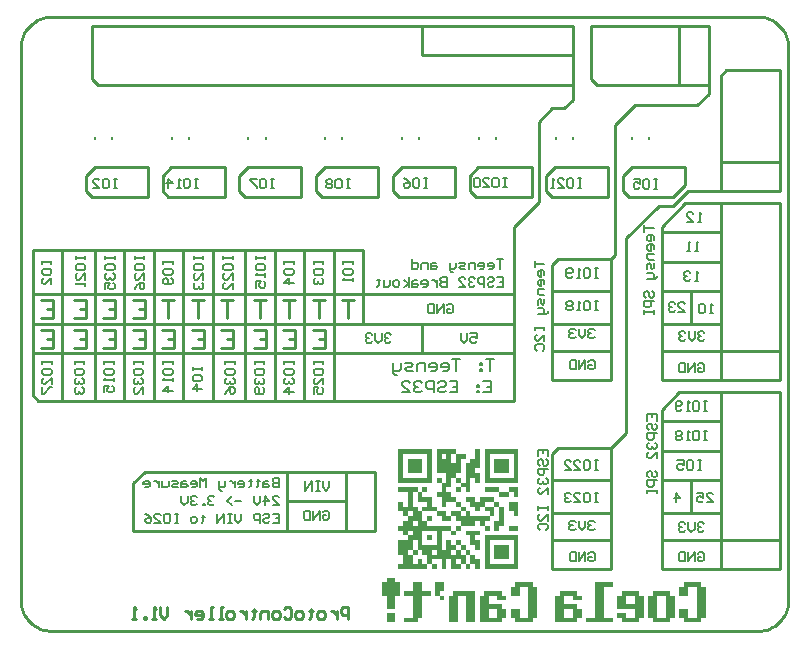
<source format=gbo>
G04*
G04 #@! TF.GenerationSoftware,Altium Limited,Altium Designer,21.3.2 (30)*
G04*
G04 Layer_Color=32896*
%FSLAX25Y25*%
%MOIN*%
G70*
G04*
G04 #@! TF.SameCoordinates,4FB7CEAD-E32D-458C-9978-29DB153300B6*
G04*
G04*
G04 #@! TF.FilePolarity,Positive*
G04*
G01*
G75*
%ADD11C,0.00787*%
%ADD17C,0.00591*%
%ADD18C,0.01000*%
%ADD19C,0.00394*%
G36*
X165858Y59860D02*
Y59060D01*
Y58260D01*
Y57460D01*
Y56660D01*
Y55860D01*
Y55060D01*
Y54260D01*
Y53460D01*
Y52660D01*
Y51860D01*
Y51060D01*
Y50260D01*
Y49460D01*
X154658D01*
Y50260D01*
Y51060D01*
Y51860D01*
Y52660D01*
Y53460D01*
Y54260D01*
Y55060D01*
Y55860D01*
Y56660D01*
Y57460D01*
Y58260D01*
Y59060D01*
Y59860D01*
Y60660D01*
X165858D01*
Y59860D01*
D02*
G37*
G36*
X153058D02*
Y59060D01*
Y58260D01*
Y57460D01*
Y56660D01*
Y55860D01*
Y55060D01*
Y54260D01*
X151458D01*
Y53460D01*
Y52660D01*
X153058D01*
Y51860D01*
Y51060D01*
Y50260D01*
Y49460D01*
X151458D01*
Y50260D01*
Y51060D01*
X149858D01*
Y50260D01*
Y49460D01*
Y48660D01*
Y47860D01*
Y47060D01*
Y46260D01*
X148258D01*
Y47060D01*
Y47860D01*
X146658D01*
Y48660D01*
Y49460D01*
X145058D01*
Y50260D01*
Y51060D01*
X143458D01*
Y50260D01*
Y49460D01*
Y48660D01*
Y47860D01*
X141858D01*
Y47060D01*
Y46260D01*
X143458D01*
Y45460D01*
Y44660D01*
X145058D01*
Y43860D01*
Y43060D01*
X146658D01*
Y42260D01*
Y41460D01*
X148258D01*
Y40660D01*
Y39860D01*
X149858D01*
Y39060D01*
Y38260D01*
X156258D01*
Y37460D01*
Y36660D01*
X154658D01*
Y35860D01*
Y35060D01*
X156258D01*
Y34260D01*
Y33460D01*
X154658D01*
Y34260D01*
Y35060D01*
X153058D01*
Y35860D01*
Y36660D01*
X151458D01*
Y35860D01*
Y35060D01*
X146658D01*
Y35860D01*
Y36660D01*
X145058D01*
Y37460D01*
Y38260D01*
X143458D01*
Y39060D01*
Y39860D01*
X146658D01*
Y39060D01*
Y38260D01*
X148258D01*
Y39060D01*
Y39860D01*
X146658D01*
Y40660D01*
Y41460D01*
X145058D01*
Y42260D01*
Y43060D01*
X141858D01*
Y42260D01*
Y41460D01*
X140258D01*
Y42260D01*
Y43060D01*
Y43860D01*
Y44660D01*
X138658D01*
Y45460D01*
Y46260D01*
X140258D01*
Y47060D01*
Y47860D01*
Y48660D01*
Y49460D01*
X138658D01*
Y50260D01*
Y51060D01*
X140258D01*
Y50260D01*
Y49460D01*
X141858D01*
Y50260D01*
Y51060D01*
Y51860D01*
Y52660D01*
X138658D01*
Y53460D01*
Y54260D01*
Y55060D01*
Y55860D01*
Y56660D01*
Y57460D01*
Y58260D01*
Y59060D01*
Y59860D01*
Y60660D01*
X145058D01*
Y59860D01*
Y59060D01*
X148258D01*
Y58260D01*
Y57460D01*
X146658D01*
Y56660D01*
Y55860D01*
Y55060D01*
Y54260D01*
Y53460D01*
Y52660D01*
X145058D01*
Y51860D01*
Y51060D01*
X146658D01*
Y50260D01*
Y49460D01*
X148258D01*
Y50260D01*
Y51060D01*
Y51860D01*
Y52660D01*
Y53460D01*
Y54260D01*
Y55060D01*
Y55860D01*
X149858D01*
Y56660D01*
Y57460D01*
X151458D01*
Y58260D01*
Y59060D01*
Y59860D01*
Y60660D01*
X153058D01*
Y59860D01*
D02*
G37*
G36*
X137058D02*
Y59060D01*
Y58260D01*
Y57460D01*
Y56660D01*
Y55860D01*
Y55060D01*
Y54260D01*
Y53460D01*
Y52660D01*
Y51860D01*
Y51060D01*
Y50260D01*
Y49460D01*
X125858D01*
Y50260D01*
Y51060D01*
Y51860D01*
Y52660D01*
Y53460D01*
Y54260D01*
Y55060D01*
Y55860D01*
Y56660D01*
Y57460D01*
Y58260D01*
Y59060D01*
Y59860D01*
Y60660D01*
X137058D01*
Y59860D01*
D02*
G37*
G36*
X146658Y47060D02*
Y46260D01*
X145058D01*
Y47060D01*
Y47860D01*
X146658D01*
Y47060D01*
D02*
G37*
G36*
X135458D02*
Y46260D01*
X133858D01*
Y47060D01*
Y47860D01*
X135458D01*
Y47060D01*
D02*
G37*
G36*
X165858D02*
Y46260D01*
Y45460D01*
Y44660D01*
X164258D01*
Y45460D01*
Y46260D01*
X162658D01*
Y47060D01*
Y47860D01*
X165858D01*
Y47060D01*
D02*
G37*
G36*
X159458D02*
Y46260D01*
X162658D01*
Y45460D01*
Y44660D01*
X159458D01*
Y45460D01*
Y46260D01*
X154658D01*
Y47060D01*
Y47860D01*
X159458D01*
Y47060D01*
D02*
G37*
G36*
X157858Y43860D02*
Y43060D01*
X159458D01*
Y42260D01*
Y41460D01*
X161058D01*
Y40660D01*
Y39860D01*
Y39060D01*
Y38260D01*
Y37460D01*
Y36660D01*
Y35860D01*
Y35060D01*
X159458D01*
Y34260D01*
Y33460D01*
X157858D01*
Y34260D01*
Y35060D01*
Y35860D01*
Y36660D01*
X159458D01*
Y37460D01*
Y38260D01*
Y39060D01*
Y39860D01*
Y40660D01*
Y41460D01*
X157858D01*
Y42260D01*
Y43060D01*
X154658D01*
Y42260D01*
Y41460D01*
X157858D01*
Y40660D01*
Y39860D01*
Y39060D01*
Y38260D01*
X156258D01*
Y39060D01*
Y39860D01*
X154658D01*
Y40660D01*
Y41460D01*
X153058D01*
Y40660D01*
Y39860D01*
X151458D01*
Y40660D01*
Y41460D01*
X149858D01*
Y42260D01*
Y43060D01*
X148258D01*
Y43860D01*
Y44660D01*
X151458D01*
Y43860D01*
Y43060D01*
X153058D01*
Y43860D01*
Y44660D01*
X157858D01*
Y43860D01*
D02*
G37*
G36*
X165858Y42260D02*
Y41460D01*
Y40660D01*
Y39860D01*
Y39060D01*
Y38260D01*
X164258D01*
Y39060D01*
Y39860D01*
X162658D01*
Y40660D01*
Y41460D01*
Y42260D01*
Y43060D01*
X165858D01*
Y42260D01*
D02*
G37*
G36*
X132258Y47060D02*
Y46260D01*
X133858D01*
Y45460D01*
Y44660D01*
X137058D01*
Y43860D01*
Y43060D01*
Y42260D01*
Y41460D01*
X138658D01*
Y40660D01*
Y39860D01*
X141858D01*
Y39060D01*
Y38260D01*
X143458D01*
Y37460D01*
Y36660D01*
X140258D01*
Y37460D01*
Y38260D01*
X138658D01*
Y39060D01*
Y39860D01*
X133858D01*
Y40660D01*
Y41460D01*
X135458D01*
Y42260D01*
Y43060D01*
X132258D01*
Y43860D01*
Y44660D01*
Y45460D01*
Y46260D01*
X130658D01*
Y45460D01*
Y44660D01*
Y43860D01*
Y43060D01*
Y42260D01*
Y41460D01*
X132258D01*
Y40660D01*
Y39860D01*
X133858D01*
Y39060D01*
Y38260D01*
Y37460D01*
Y36660D01*
X135458D01*
Y35860D01*
Y35060D01*
X143458D01*
Y34260D01*
Y33460D01*
X145058D01*
Y32660D01*
Y31860D01*
X143458D01*
Y32660D01*
Y33460D01*
X140258D01*
Y32660D01*
Y31860D01*
Y31060D01*
Y30260D01*
Y29460D01*
Y28660D01*
Y27860D01*
Y27060D01*
X141858D01*
Y27860D01*
Y28660D01*
Y29460D01*
Y30260D01*
X143458D01*
Y29460D01*
Y28660D01*
X145058D01*
Y27860D01*
Y27060D01*
X146658D01*
Y26260D01*
Y25460D01*
X148258D01*
Y24660D01*
Y23860D01*
Y23060D01*
Y22260D01*
X149858D01*
Y21460D01*
Y20660D01*
X148258D01*
Y21460D01*
Y22260D01*
X146658D01*
Y23060D01*
Y23860D01*
X145058D01*
Y23060D01*
Y22260D01*
X146658D01*
Y21460D01*
Y20660D01*
X143458D01*
Y21460D01*
Y22260D01*
Y23060D01*
Y23860D01*
X141858D01*
Y23060D01*
Y22260D01*
Y21460D01*
Y20660D01*
X140258D01*
Y21460D01*
Y22260D01*
Y23060D01*
Y23860D01*
X137058D01*
Y23060D01*
Y22260D01*
X138658D01*
Y21460D01*
Y20660D01*
X137058D01*
Y21460D01*
Y22260D01*
X135458D01*
Y23060D01*
Y23860D01*
Y24660D01*
Y25460D01*
X133858D01*
Y26260D01*
Y27060D01*
X132258D01*
Y27860D01*
Y28660D01*
Y29460D01*
Y30260D01*
X130658D01*
Y29460D01*
Y28660D01*
Y27860D01*
Y27060D01*
X132258D01*
Y26260D01*
Y25460D01*
X130658D01*
Y26260D01*
Y27060D01*
X129058D01*
Y26260D01*
Y25460D01*
X130658D01*
Y24660D01*
Y23860D01*
Y23060D01*
Y22260D01*
X132258D01*
Y23060D01*
Y23860D01*
X133858D01*
Y23060D01*
Y22260D01*
X135458D01*
Y21460D01*
Y20660D01*
X125858D01*
Y21460D01*
Y22260D01*
X127458D01*
Y23060D01*
Y23860D01*
Y24660D01*
Y25460D01*
X125858D01*
Y26260D01*
Y27060D01*
Y27860D01*
Y28660D01*
Y29460D01*
Y30260D01*
X129058D01*
Y31060D01*
Y31860D01*
X127458D01*
Y32660D01*
Y33460D01*
X125858D01*
Y34260D01*
Y35060D01*
X127458D01*
Y35860D01*
Y36660D01*
X129058D01*
Y37460D01*
Y38260D01*
X127458D01*
Y39060D01*
Y39860D01*
X125858D01*
Y40660D01*
Y41460D01*
Y42260D01*
Y43060D01*
X127458D01*
Y42260D01*
Y41460D01*
X129058D01*
Y42260D01*
Y43060D01*
Y43860D01*
Y44660D01*
Y45460D01*
Y46260D01*
X125858D01*
Y47060D01*
Y47860D01*
X132258D01*
Y47060D01*
D02*
G37*
G36*
X137058Y37460D02*
Y36660D01*
X135458D01*
Y37460D01*
Y38260D01*
X137058D01*
Y37460D01*
D02*
G37*
G36*
X165858Y34260D02*
Y33460D01*
X162658D01*
Y34260D01*
Y35060D01*
X165858D01*
Y34260D01*
D02*
G37*
G36*
X146658D02*
Y33460D01*
X145058D01*
Y34260D01*
Y35060D01*
X146658D01*
Y34260D01*
D02*
G37*
G36*
X153058Y32660D02*
Y31860D01*
X151458D01*
Y31060D01*
Y30260D01*
X153058D01*
Y29460D01*
Y28660D01*
Y27860D01*
Y27060D01*
X151458D01*
Y27860D01*
Y28660D01*
X149858D01*
Y29460D01*
Y30260D01*
Y31060D01*
Y31860D01*
X148258D01*
Y32660D01*
Y33460D01*
X153058D01*
Y32660D01*
D02*
G37*
G36*
X165858Y31060D02*
Y30260D01*
Y29460D01*
Y28660D01*
Y27860D01*
Y27060D01*
Y26260D01*
Y25460D01*
Y24660D01*
Y23860D01*
Y23060D01*
Y22260D01*
Y21460D01*
Y20660D01*
X154658D01*
Y21460D01*
Y22260D01*
Y23060D01*
Y23860D01*
Y24660D01*
Y25460D01*
Y26260D01*
Y27060D01*
Y27860D01*
Y28660D01*
Y29460D01*
Y30260D01*
Y31060D01*
Y31860D01*
X165858D01*
Y31060D01*
D02*
G37*
G36*
X146658Y29460D02*
Y28660D01*
X148258D01*
Y27860D01*
Y27060D01*
X149858D01*
Y26260D01*
Y25460D01*
X151458D01*
Y24660D01*
Y23860D01*
X153058D01*
Y23060D01*
Y22260D01*
Y21460D01*
Y20660D01*
X151458D01*
Y21460D01*
Y22260D01*
X149858D01*
Y23060D01*
Y23860D01*
Y24660D01*
Y25460D01*
X148258D01*
Y26260D01*
Y27060D01*
X146658D01*
Y27860D01*
Y28660D01*
X145058D01*
Y29460D01*
Y30260D01*
X146658D01*
Y29460D01*
D02*
G37*
G36*
X141151Y13297D02*
X139664D01*
Y11810D01*
X138176D01*
Y16250D01*
X141151D01*
Y13297D01*
D02*
G37*
G36*
X185503Y11810D02*
X186968D01*
Y10323D01*
X184016D01*
Y11810D01*
X181063D01*
Y8879D01*
X185503D01*
Y7392D01*
X186968D01*
Y4440D01*
X185503D01*
Y2953D01*
X178111D01*
Y11810D01*
X179598D01*
Y13297D01*
X185503D01*
Y11810D01*
D02*
G37*
G36*
X160374D02*
X161840D01*
Y10323D01*
X158887D01*
Y11810D01*
X155935D01*
Y8879D01*
X160374D01*
Y7392D01*
X161840D01*
Y4440D01*
X160374D01*
Y2953D01*
X152982D01*
Y11810D01*
X154470D01*
Y13297D01*
X160374D01*
Y11810D01*
D02*
G37*
G36*
X141151Y10323D02*
X139664D01*
X139685Y11810D01*
X141151D01*
Y10323D01*
D02*
G37*
G36*
X124880Y16250D02*
X126367D01*
Y11810D01*
X124880D01*
Y7371D01*
X121927D01*
Y11810D01*
X120462D01*
Y16250D01*
X121927D01*
Y17715D01*
X124880D01*
Y16250D01*
D02*
G37*
G36*
X226881Y14763D02*
X228346D01*
Y4440D01*
X226881D01*
Y2953D01*
X220976D01*
Y4440D01*
X219489D01*
Y7392D01*
X222442D01*
Y4440D01*
X225394D01*
Y14763D01*
X222442D01*
Y11810D01*
X219489D01*
Y14763D01*
X220976D01*
Y16250D01*
X226881D01*
Y14763D01*
D02*
G37*
G36*
X206192Y11810D02*
X207657D01*
Y4440D01*
X206192D01*
Y2953D01*
X200287D01*
Y4440D01*
X198800Y4440D01*
Y5927D01*
X201752Y5927D01*
Y4440D01*
X204705D01*
Y7371D01*
X198800Y7371D01*
Y11810D01*
X200287Y11810D01*
Y13297D01*
X206192D01*
Y11810D01*
D02*
G37*
G36*
X170719Y14762D02*
X172184D01*
Y4440D01*
X170719D01*
Y2953D01*
X164814D01*
Y4440D01*
X163327D01*
Y7392D01*
X166279D01*
Y4440D01*
X169232D01*
Y14762D01*
X166279D01*
Y11810D01*
X163327D01*
Y14762D01*
X164814D01*
Y16250D01*
X170719D01*
Y14762D01*
D02*
G37*
G36*
X216537Y11810D02*
X218002D01*
Y4440D01*
X216537D01*
Y2953D01*
X210632D01*
Y4440D01*
X209145D01*
Y11810D01*
X210632D01*
Y13297D01*
X216537D01*
Y11810D01*
D02*
G37*
G36*
X197313Y14762D02*
X194360D01*
Y4440D01*
X197313D01*
Y2953D01*
X188456D01*
Y4440D01*
X191408D01*
Y16250D01*
X197313D01*
Y14762D01*
D02*
G37*
G36*
X151495Y2953D02*
X148543D01*
Y11810D01*
X145590D01*
Y2953D01*
X142638D01*
Y11810D01*
X144125D01*
Y13297D01*
X151495D01*
Y2953D01*
D02*
G37*
G36*
X133759Y13297D02*
X136711D01*
Y11810D01*
X133759D01*
Y4440D01*
X132293D01*
Y2953D01*
X127854D01*
Y4440D01*
X130806D01*
Y11810D01*
X127854D01*
Y13297D01*
X130806D01*
Y16250D01*
X133759D01*
Y13297D01*
D02*
G37*
G36*
X124880Y2953D02*
X121927D01*
Y5905D01*
X124880D01*
Y2953D01*
D02*
G37*
%LPC*%
G36*
X164258Y59060D02*
X156258D01*
Y58260D01*
Y57460D01*
Y56660D01*
Y55860D01*
Y55060D01*
Y54260D01*
Y53460D01*
Y52660D01*
Y51860D01*
Y51060D01*
X164258D01*
Y51860D01*
Y52660D01*
Y53460D01*
Y54260D01*
Y55060D01*
Y55860D01*
Y56660D01*
Y57460D01*
Y58260D01*
Y59060D01*
D02*
G37*
%LPD*%
G36*
X162658Y56660D02*
Y55860D01*
Y55060D01*
Y54260D01*
Y53460D01*
Y52660D01*
X157858D01*
Y53460D01*
Y54260D01*
Y55060D01*
Y55860D01*
Y56660D01*
Y57460D01*
X162658D01*
Y56660D01*
D02*
G37*
%LPC*%
G36*
X141858Y59060D02*
X140258D01*
Y58260D01*
Y57460D01*
X141858D01*
Y58260D01*
Y59060D01*
D02*
G37*
G36*
X145058D02*
X143458D01*
Y58260D01*
Y57460D01*
Y56660D01*
Y55860D01*
X145058D01*
Y56660D01*
Y57460D01*
Y58260D01*
Y59060D01*
D02*
G37*
G36*
X135458D02*
X127458D01*
Y58260D01*
Y57460D01*
Y56660D01*
Y55860D01*
Y55060D01*
Y54260D01*
Y53460D01*
Y52660D01*
Y51860D01*
Y51060D01*
X135458D01*
Y51860D01*
Y52660D01*
Y53460D01*
Y54260D01*
Y55060D01*
Y55860D01*
Y56660D01*
Y57460D01*
Y58260D01*
Y59060D01*
D02*
G37*
%LPD*%
G36*
X133858Y56660D02*
Y55860D01*
Y55060D01*
Y54260D01*
Y53460D01*
Y52660D01*
X129058D01*
Y53460D01*
Y54260D01*
Y55060D01*
Y55860D01*
Y56660D01*
Y57460D01*
X133858D01*
Y56660D01*
D02*
G37*
%LPC*%
G36*
X130658Y39860D02*
X129058D01*
Y39060D01*
Y38260D01*
X130658D01*
Y39060D01*
Y39860D01*
D02*
G37*
G36*
X132258Y36660D02*
X130658D01*
Y35860D01*
Y35060D01*
X132258D01*
Y35860D01*
Y36660D01*
D02*
G37*
G36*
X130658Y33460D02*
X129058D01*
Y32660D01*
Y31860D01*
X130658D01*
Y32660D01*
Y33460D01*
D02*
G37*
G36*
X138658D02*
X133858D01*
Y32660D01*
Y31860D01*
Y31060D01*
Y30260D01*
Y29460D01*
Y28660D01*
X138658D01*
Y29460D01*
Y30260D01*
Y31060D01*
Y31860D01*
Y32660D01*
Y33460D01*
D02*
G37*
G36*
X145058Y27060D02*
X143458D01*
Y26260D01*
Y25460D01*
X145058D01*
Y26260D01*
Y27060D01*
D02*
G37*
G36*
X138658D02*
X137058D01*
Y26260D01*
Y25460D01*
X138658D01*
Y26260D01*
Y27060D01*
D02*
G37*
%LPD*%
G36*
X137058Y31060D02*
Y30260D01*
X135458D01*
Y31060D01*
Y31860D01*
X137058D01*
Y31060D01*
D02*
G37*
%LPC*%
G36*
X164258Y30260D02*
X156258D01*
Y29460D01*
Y28660D01*
Y27860D01*
Y27060D01*
Y26260D01*
Y25460D01*
Y24660D01*
Y23860D01*
Y23060D01*
Y22260D01*
X164258D01*
Y23060D01*
Y23860D01*
Y24660D01*
Y25460D01*
Y26260D01*
Y27060D01*
Y27860D01*
Y28660D01*
Y29460D01*
Y30260D01*
D02*
G37*
%LPD*%
G36*
X162658Y27860D02*
Y27060D01*
Y26260D01*
Y25460D01*
Y24660D01*
Y23860D01*
X157858D01*
Y24660D01*
Y25460D01*
Y26260D01*
Y27060D01*
Y27860D01*
Y28660D01*
X162658D01*
Y27860D01*
D02*
G37*
%LPC*%
G36*
X184016Y7392D02*
X181063D01*
Y4440D01*
X184016D01*
Y7392D01*
D02*
G37*
G36*
X158887D02*
X155935D01*
Y4440D01*
X158887D01*
Y7392D01*
D02*
G37*
G36*
X204705Y11810D02*
X201752D01*
Y8858D01*
X204705D01*
Y11810D01*
D02*
G37*
G36*
X215050D02*
X212097D01*
Y4440D01*
X215050D01*
Y11810D01*
D02*
G37*
%LPD*%
D11*
X24705Y164075D02*
Y164665D01*
X30413Y164075D02*
Y164665D01*
X152657Y164075D02*
Y164665D01*
X158366Y164075D02*
Y164665D01*
X127067Y164075D02*
Y164665D01*
X132776Y164075D02*
Y164665D01*
X75886Y164075D02*
Y164665D01*
X81594Y164075D02*
Y164665D01*
X50295Y164075D02*
Y164665D01*
X56004Y164075D02*
Y164665D01*
X101476Y164075D02*
Y164665D01*
X107185Y164075D02*
Y164665D01*
X178248Y164075D02*
Y164665D01*
X183957Y164075D02*
Y164665D01*
X203839Y164075D02*
Y164665D01*
X209547Y164075D02*
Y164665D01*
X154069Y83463D02*
X156693D01*
Y79528D01*
X154069D01*
X156693Y81495D02*
X155381D01*
X152757Y82151D02*
X152101D01*
Y81495D01*
X152757D01*
Y82151D01*
Y80184D02*
X152101D01*
Y79528D01*
X152757D01*
Y80184D01*
X142918Y83463D02*
X145542D01*
Y79528D01*
X142918D01*
X145542Y81495D02*
X144230D01*
X138982Y82807D02*
X139638Y83463D01*
X140950D01*
X141606Y82807D01*
Y82151D01*
X140950Y81495D01*
X139638D01*
X138982Y80840D01*
Y80184D01*
X139638Y79528D01*
X140950D01*
X141606Y80184D01*
X137670Y79528D02*
Y83463D01*
X135702D01*
X135046Y82807D01*
Y81495D01*
X135702Y80840D01*
X137670D01*
X133734Y82807D02*
X133079Y83463D01*
X131767D01*
X131111Y82807D01*
Y82151D01*
X131767Y81495D01*
X132422D01*
X131767D01*
X131111Y80840D01*
Y80184D01*
X131767Y79528D01*
X133079D01*
X133734Y80184D01*
X127175Y79528D02*
X129799D01*
X127175Y82151D01*
Y82807D01*
X127831Y83463D01*
X129143D01*
X129799Y82807D01*
X157677Y90681D02*
X155053D01*
X156365D01*
Y86745D01*
X153741Y89369D02*
X153085D01*
Y88713D01*
X153741D01*
Y89369D01*
Y87401D02*
X153085D01*
Y86745D01*
X153741D01*
Y87401D01*
X146526Y90681D02*
X143902D01*
X145214D01*
Y86745D01*
X140622D02*
X141934D01*
X142590Y87401D01*
Y88713D01*
X141934Y89369D01*
X140622D01*
X139966Y88713D01*
Y88057D01*
X142590D01*
X136687Y86745D02*
X137998D01*
X138654Y87401D01*
Y88713D01*
X137998Y89369D01*
X136687D01*
X136031Y88713D01*
Y88057D01*
X138654D01*
X134719Y86745D02*
Y89369D01*
X132751D01*
X132095Y88713D01*
Y86745D01*
X130783D02*
X128815D01*
X128159Y87401D01*
X128815Y88057D01*
X130127D01*
X130783Y88713D01*
X130127Y89369D01*
X128159D01*
X126847D02*
Y87401D01*
X126191Y86745D01*
X124223D01*
Y86089D01*
X124879Y85433D01*
X125535D01*
X124223Y86745D02*
Y89369D01*
D17*
X212162Y150599D02*
X211113D01*
X211638D01*
Y147450D01*
X212162D01*
X211113D01*
X207964Y150599D02*
X209014D01*
X209539Y150074D01*
Y147975D01*
X209014Y147450D01*
X207964D01*
X207440Y147975D01*
Y150074D01*
X207964Y150599D01*
X204291D02*
X206390D01*
Y149024D01*
X205341Y149549D01*
X204816D01*
X204291Y149024D01*
Y147975D01*
X204816Y147450D01*
X205865D01*
X206390Y147975D01*
X186813Y150869D02*
X185764D01*
X186289D01*
Y147720D01*
X186813D01*
X185764D01*
X182615Y150869D02*
X183665D01*
X184189Y150344D01*
Y148245D01*
X183665Y147720D01*
X182615D01*
X182090Y148245D01*
Y150344D01*
X182615Y150869D01*
X178942Y147720D02*
X181041D01*
X178942Y149819D01*
Y150344D01*
X179467Y150869D01*
X180516D01*
X181041Y150344D01*
X177892Y147720D02*
X176843D01*
X177368D01*
Y150869D01*
X177892Y150344D01*
X161951Y151085D02*
X160901D01*
X161426D01*
Y147936D01*
X161951D01*
X160901D01*
X157752Y151085D02*
X158802D01*
X159327Y150560D01*
Y148461D01*
X158802Y147936D01*
X157752D01*
X157228Y148461D01*
Y150560D01*
X157752Y151085D01*
X154079Y147936D02*
X156178D01*
X154079Y150036D01*
Y150560D01*
X154604Y151085D01*
X155653D01*
X156178Y150560D01*
X153030D02*
X152505Y151085D01*
X151455D01*
X150930Y150560D01*
Y148461D01*
X151455Y147936D01*
X152505D01*
X153030Y148461D01*
Y150560D01*
X135520Y150977D02*
X134471D01*
X134996D01*
Y147828D01*
X135520D01*
X134471D01*
X131322Y150977D02*
X132372D01*
X132896Y150452D01*
Y148353D01*
X132372Y147828D01*
X131322D01*
X130798Y148353D01*
Y150452D01*
X131322Y150977D01*
X127649D02*
X128698Y150452D01*
X129748Y149403D01*
Y148353D01*
X129223Y147828D01*
X128174D01*
X127649Y148353D01*
Y148878D01*
X128174Y149403D01*
X129748D01*
X109631Y150707D02*
X108581D01*
X109106D01*
Y147558D01*
X109631D01*
X108581D01*
X105433Y150707D02*
X106482D01*
X107007Y150182D01*
Y148083D01*
X106482Y147558D01*
X105433D01*
X104908Y148083D01*
Y150182D01*
X105433Y150707D01*
X103858Y150182D02*
X103333Y150707D01*
X102284D01*
X101759Y150182D01*
Y149657D01*
X102284Y149132D01*
X101759Y148608D01*
Y148083D01*
X102284Y147558D01*
X103333D01*
X103858Y148083D01*
Y148608D01*
X103333Y149132D01*
X103858Y149657D01*
Y150182D01*
X103333Y149132D02*
X102284D01*
X84390Y150761D02*
X83340D01*
X83865D01*
Y147612D01*
X84390D01*
X83340D01*
X80191Y150761D02*
X81241D01*
X81766Y150236D01*
Y148137D01*
X81241Y147612D01*
X80191D01*
X79667Y148137D01*
Y150236D01*
X80191Y150761D01*
X78617D02*
X76518D01*
Y150236D01*
X78617Y148137D01*
Y147612D01*
X59040Y150815D02*
X57991D01*
X58516D01*
Y147666D01*
X59040D01*
X57991D01*
X54842Y150815D02*
X55892D01*
X56416Y150290D01*
Y148191D01*
X55892Y147666D01*
X54842D01*
X54317Y148191D01*
Y150290D01*
X54842Y150815D01*
X53268Y147666D02*
X52218D01*
X52743D01*
Y150815D01*
X53268Y150290D01*
X49070Y147666D02*
Y150815D01*
X50644Y149241D01*
X48545D01*
X31968Y150785D02*
X30918D01*
X31443D01*
Y147637D01*
X31968D01*
X30918D01*
X27770Y150785D02*
X28819D01*
X29344Y150260D01*
Y148161D01*
X28819Y147637D01*
X27770D01*
X27245Y148161D01*
Y150260D01*
X27770Y150785D01*
X24096Y147637D02*
X26195D01*
X24096Y149736D01*
Y150260D01*
X24621Y150785D01*
X25670D01*
X26195Y150260D01*
X172442Y58334D02*
Y60433D01*
X175591D01*
Y58334D01*
X174016Y60433D02*
Y59384D01*
X172967Y55185D02*
X172442Y55710D01*
Y56760D01*
X172967Y57284D01*
X173492D01*
X174016Y56760D01*
Y55710D01*
X174541Y55185D01*
X175066D01*
X175591Y55710D01*
Y56760D01*
X175066Y57284D01*
X175591Y54136D02*
X172442D01*
Y52562D01*
X172967Y52037D01*
X174016D01*
X174541Y52562D01*
Y54136D01*
X172967Y50987D02*
X172442Y50463D01*
Y49413D01*
X172967Y48888D01*
X173492D01*
X174016Y49413D01*
Y49938D01*
Y49413D01*
X174541Y48888D01*
X175066D01*
X175591Y49413D01*
Y50463D01*
X175066Y50987D01*
X175591Y45740D02*
Y47839D01*
X173492Y45740D01*
X172967D01*
X172442Y46264D01*
Y47314D01*
X172967Y47839D01*
X172442Y41542D02*
Y40492D01*
Y41017D01*
X175591D01*
Y41542D01*
Y40492D01*
Y36819D02*
Y38918D01*
X173492Y36819D01*
X172967D01*
X172442Y37343D01*
Y38393D01*
X172967Y38918D01*
Y33670D02*
X172442Y34195D01*
Y35244D01*
X172967Y35769D01*
X175066D01*
X175591Y35244D01*
Y34195D01*
X175066Y33670D01*
X171392Y123425D02*
Y121326D01*
Y122376D01*
X174541D01*
Y118702D02*
Y119752D01*
X174016Y120277D01*
X172967D01*
X172442Y119752D01*
Y118702D01*
X172967Y118178D01*
X173492D01*
Y120277D01*
X174541Y115554D02*
Y116603D01*
X174016Y117128D01*
X172967D01*
X172442Y116603D01*
Y115554D01*
X172967Y115029D01*
X173492D01*
Y117128D01*
X174541Y113979D02*
X172442D01*
Y112405D01*
X172967Y111880D01*
X174541D01*
Y110831D02*
Y109256D01*
X174016Y108732D01*
X173492Y109256D01*
Y110306D01*
X172967Y110831D01*
X172442Y110306D01*
Y108732D01*
Y107682D02*
X174016D01*
X174541Y107158D01*
Y105583D01*
X175066D01*
X175591Y106108D01*
Y106633D01*
X174541Y105583D02*
X172442D01*
X171392Y101385D02*
Y100336D01*
Y100860D01*
X174541D01*
Y101385D01*
Y100336D01*
Y96662D02*
Y98761D01*
X172442Y96662D01*
X171917D01*
X171392Y97187D01*
Y98237D01*
X171917Y98761D01*
Y93514D02*
X171392Y94038D01*
Y95088D01*
X171917Y95613D01*
X174016D01*
X174541Y95088D01*
Y94038D01*
X174016Y93514D01*
X189240Y89828D02*
X189764Y90353D01*
X190814D01*
X191339Y89828D01*
Y87730D01*
X190814Y87205D01*
X189764D01*
X189240Y87730D01*
Y88779D01*
X190289D01*
X188190Y87205D02*
Y90353D01*
X186091Y87205D01*
Y90353D01*
X185041D02*
Y87205D01*
X183467D01*
X182942Y87730D01*
Y89828D01*
X183467Y90353D01*
X185041D01*
X191289Y100242D02*
X190764Y100767D01*
X189715D01*
X189190Y100242D01*
Y99717D01*
X189715Y99192D01*
X190240D01*
X189715D01*
X189190Y98668D01*
Y98143D01*
X189715Y97618D01*
X190764D01*
X191289Y98143D01*
X188140Y100767D02*
Y98668D01*
X187091Y97618D01*
X186041Y98668D01*
Y100767D01*
X184992Y100242D02*
X184467Y100767D01*
X183418D01*
X182893Y100242D01*
Y99717D01*
X183418Y99192D01*
X183942D01*
X183418D01*
X182893Y98668D01*
Y98143D01*
X183418Y97618D01*
X184467D01*
X184992Y98143D01*
X192323Y110038D02*
X191273D01*
X191798D01*
Y106890D01*
X192323D01*
X191273D01*
X188125Y110038D02*
X189174D01*
X189699Y109514D01*
Y107414D01*
X189174Y106890D01*
X188125D01*
X187600Y107414D01*
Y109514D01*
X188125Y110038D01*
X186550Y106890D02*
X185501D01*
X186026D01*
Y110038D01*
X186550Y109514D01*
X183927D02*
X183402Y110038D01*
X182352D01*
X181827Y109514D01*
Y108989D01*
X182352Y108464D01*
X181827Y107939D01*
Y107414D01*
X182352Y106890D01*
X183402D01*
X183927Y107414D01*
Y107939D01*
X183402Y108464D01*
X183927Y108989D01*
Y109514D01*
X183402Y108464D02*
X182352D01*
X192323Y120865D02*
X191273D01*
X191798D01*
Y117717D01*
X192323D01*
X191273D01*
X188125Y120865D02*
X189174D01*
X189699Y120340D01*
Y118241D01*
X189174Y117717D01*
X188125D01*
X187600Y118241D01*
Y120340D01*
X188125Y120865D01*
X186550Y117717D02*
X185501D01*
X186026D01*
Y120865D01*
X186550Y120340D01*
X183927Y118241D02*
X183402Y117717D01*
X182352D01*
X181827Y118241D01*
Y120340D01*
X182352Y120865D01*
X183402D01*
X183927Y120340D01*
Y119816D01*
X183402Y119291D01*
X181827D01*
X192323Y56889D02*
X191273D01*
X191798D01*
Y53740D01*
X192323D01*
X191273D01*
X188125Y56889D02*
X189174D01*
X189699Y56364D01*
Y54265D01*
X189174Y53740D01*
X188125D01*
X187600Y54265D01*
Y56364D01*
X188125Y56889D01*
X184451Y53740D02*
X186550D01*
X184451Y55839D01*
Y56364D01*
X184976Y56889D01*
X186026D01*
X186550Y56364D01*
X181303Y53740D02*
X183402D01*
X181303Y55839D01*
Y56364D01*
X181827Y56889D01*
X182877D01*
X183402Y56364D01*
X192323Y46062D02*
X191273D01*
X191798D01*
Y42913D01*
X192323D01*
X191273D01*
X188125Y46062D02*
X189174D01*
X189699Y45537D01*
Y43438D01*
X189174Y42913D01*
X188125D01*
X187600Y43438D01*
Y45537D01*
X188125Y46062D01*
X184451Y42913D02*
X186550D01*
X184451Y45012D01*
Y45537D01*
X184976Y46062D01*
X186026D01*
X186550Y45537D01*
X183402D02*
X182877Y46062D01*
X181827D01*
X181303Y45537D01*
Y45012D01*
X181827Y44488D01*
X182352D01*
X181827D01*
X181303Y43963D01*
Y43438D01*
X181827Y42913D01*
X182877D01*
X183402Y43438D01*
X191289Y36266D02*
X190764Y36790D01*
X189715D01*
X189190Y36266D01*
Y35741D01*
X189715Y35216D01*
X190240D01*
X189715D01*
X189190Y34691D01*
Y34166D01*
X189715Y33642D01*
X190764D01*
X191289Y34166D01*
X188140Y36790D02*
Y34691D01*
X187091Y33642D01*
X186041Y34691D01*
Y36790D01*
X184992Y36266D02*
X184467Y36790D01*
X183418D01*
X182893Y36266D01*
Y35741D01*
X183418Y35216D01*
X183942D01*
X183418D01*
X182893Y34691D01*
Y34166D01*
X183418Y33642D01*
X184467D01*
X184992Y34166D01*
X189240Y25852D02*
X189764Y26377D01*
X190814D01*
X191339Y25852D01*
Y23753D01*
X190814Y23228D01*
X189764D01*
X189240Y23753D01*
Y24803D01*
X190289D01*
X188190Y23228D02*
Y26377D01*
X186091Y23228D01*
Y26377D01*
X185041D02*
Y23228D01*
X183467D01*
X182942Y23753D01*
Y25852D01*
X183467Y26377D01*
X185041D01*
X83925Y39172D02*
X86024D01*
Y36024D01*
X83925D01*
X86024Y37598D02*
X84974D01*
X80776Y38647D02*
X81301Y39172D01*
X82350D01*
X82875Y38647D01*
Y38123D01*
X82350Y37598D01*
X81301D01*
X80776Y37073D01*
Y36548D01*
X81301Y36024D01*
X82350D01*
X82875Y36548D01*
X79726Y36024D02*
Y39172D01*
X78152D01*
X77627Y38647D01*
Y37598D01*
X78152Y37073D01*
X79726D01*
X73429Y39172D02*
Y37073D01*
X72380Y36024D01*
X71330Y37073D01*
Y39172D01*
X70281D02*
X69231D01*
X69756D01*
Y36024D01*
X70281D01*
X69231D01*
X67657D02*
Y39172D01*
X65558Y36024D01*
Y39172D01*
X60835Y38647D02*
Y38123D01*
X61360D01*
X60310D01*
X60835D01*
Y36548D01*
X60310Y36024D01*
X58211D02*
X57161D01*
X56637Y36548D01*
Y37598D01*
X57161Y38123D01*
X58211D01*
X58736Y37598D01*
Y36548D01*
X58211Y36024D01*
X52439Y39172D02*
X51389D01*
X51914D01*
Y36024D01*
X52439D01*
X51389D01*
X48241Y39172D02*
X49290D01*
X49815Y38647D01*
Y36548D01*
X49290Y36024D01*
X48241D01*
X47716Y36548D01*
Y38647D01*
X48241Y39172D01*
X44567Y36024D02*
X46666D01*
X44567Y38123D01*
Y38647D01*
X45092Y39172D01*
X46141D01*
X46666Y38647D01*
X41419Y39172D02*
X42468Y38647D01*
X43518Y37598D01*
Y36548D01*
X42993Y36024D01*
X41943D01*
X41419Y36548D01*
Y37073D01*
X41943Y37598D01*
X43518D01*
X83925Y41929D02*
X86024D01*
X83925Y44028D01*
Y44553D01*
X84449Y45078D01*
X85499D01*
X86024Y44553D01*
X81301Y41929D02*
Y45078D01*
X82875Y43503D01*
X80776D01*
X79726Y45078D02*
Y42979D01*
X78677Y41929D01*
X77627Y42979D01*
Y45078D01*
X73429Y43503D02*
X71330D01*
X70281Y41929D02*
X68706Y43503D01*
X70281Y45078D01*
X64508Y44553D02*
X63984Y45078D01*
X62934D01*
X62409Y44553D01*
Y44028D01*
X62934Y43503D01*
X63459D01*
X62934D01*
X62409Y42979D01*
Y42454D01*
X62934Y41929D01*
X63984D01*
X64508Y42454D01*
X61360Y41929D02*
Y42454D01*
X60835D01*
Y41929D01*
X61360D01*
X58736Y44553D02*
X58211Y45078D01*
X57161D01*
X56637Y44553D01*
Y44028D01*
X57161Y43503D01*
X57686D01*
X57161D01*
X56637Y42979D01*
Y42454D01*
X57161Y41929D01*
X58211D01*
X58736Y42454D01*
X55587Y45078D02*
Y42979D01*
X54538Y41929D01*
X53488Y42979D01*
Y45078D01*
X86024Y51048D02*
Y47900D01*
X84449D01*
X83925Y48425D01*
Y48949D01*
X84449Y49474D01*
X86024D01*
X84449D01*
X83925Y49999D01*
Y50524D01*
X84449Y51048D01*
X86024D01*
X82350Y49999D02*
X81301D01*
X80776Y49474D01*
Y47900D01*
X82350D01*
X82875Y48425D01*
X82350Y48949D01*
X80776D01*
X79202Y50524D02*
Y49999D01*
X79726D01*
X78677D01*
X79202D01*
Y48425D01*
X78677Y47900D01*
X76578Y50524D02*
Y49999D01*
X77103D01*
X76053D01*
X76578D01*
Y48425D01*
X76053Y47900D01*
X72904D02*
X73954D01*
X74479Y48425D01*
Y49474D01*
X73954Y49999D01*
X72904D01*
X72380Y49474D01*
Y48949D01*
X74479D01*
X71330Y49999D02*
Y47900D01*
Y48949D01*
X70805Y49474D01*
X70281Y49999D01*
X69756D01*
X68182D02*
Y48425D01*
X67657Y47900D01*
X66083D01*
Y47375D01*
X66607Y46850D01*
X67132D01*
X66083Y47900D02*
Y49999D01*
X61884Y47900D02*
Y51048D01*
X60835Y49999D01*
X59785Y51048D01*
Y47900D01*
X57161D02*
X58211D01*
X58736Y48425D01*
Y49474D01*
X58211Y49999D01*
X57161D01*
X56637Y49474D01*
Y48949D01*
X58736D01*
X55063Y49999D02*
X54013D01*
X53488Y49474D01*
Y47900D01*
X55063D01*
X55587Y48425D01*
X55063Y48949D01*
X53488D01*
X52439Y47900D02*
X50864D01*
X50340Y48425D01*
X50864Y48949D01*
X51914D01*
X52439Y49474D01*
X51914Y49999D01*
X50340D01*
X49290D02*
Y48425D01*
X48765Y47900D01*
X47191D01*
Y49999D01*
X46141D02*
Y47900D01*
Y48949D01*
X45617Y49474D01*
X45092Y49999D01*
X44567D01*
X41419Y47900D02*
X42468D01*
X42993Y48425D01*
Y49474D01*
X42468Y49999D01*
X41419D01*
X40894Y49474D01*
Y48949D01*
X42993D01*
X100657Y39632D02*
X101182Y40156D01*
X102231D01*
X102756Y39632D01*
Y37533D01*
X102231Y37008D01*
X101182D01*
X100657Y37533D01*
Y38582D01*
X101706D01*
X99607Y37008D02*
Y40156D01*
X97508Y37008D01*
Y40156D01*
X96459D02*
Y37008D01*
X94884D01*
X94360Y37533D01*
Y39632D01*
X94884Y40156D01*
X96459D01*
X102756Y49999D02*
Y47900D01*
X101706Y46850D01*
X100657Y47900D01*
Y49999D01*
X99607D02*
X98558D01*
X99083D01*
Y46850D01*
X99607D01*
X98558D01*
X96983D02*
Y49999D01*
X94884Y46850D01*
Y49999D01*
X158728Y117912D02*
X160827D01*
Y114764D01*
X158728D01*
X160827Y116338D02*
X159777D01*
X155579Y117388D02*
X156104Y117912D01*
X157153D01*
X157678Y117388D01*
Y116863D01*
X157153Y116338D01*
X156104D01*
X155579Y115813D01*
Y115288D01*
X156104Y114764D01*
X157153D01*
X157678Y115288D01*
X154530Y114764D02*
Y117912D01*
X152955D01*
X152430Y117388D01*
Y116338D01*
X152955Y115813D01*
X154530D01*
X151381Y117388D02*
X150856Y117912D01*
X149807D01*
X149282Y117388D01*
Y116863D01*
X149807Y116338D01*
X150331D01*
X149807D01*
X149282Y115813D01*
Y115288D01*
X149807Y114764D01*
X150856D01*
X151381Y115288D01*
X146133Y114764D02*
X148232D01*
X146133Y116863D01*
Y117388D01*
X146658Y117912D01*
X147708D01*
X148232Y117388D01*
X141935Y117912D02*
Y114764D01*
X140361D01*
X139836Y115288D01*
Y115813D01*
X140361Y116338D01*
X141935D01*
X140361D01*
X139836Y116863D01*
Y117388D01*
X140361Y117912D01*
X141935D01*
X138787Y116863D02*
Y114764D01*
Y115813D01*
X138262Y116338D01*
X137737Y116863D01*
X137212D01*
X134064Y114764D02*
X135113D01*
X135638Y115288D01*
Y116338D01*
X135113Y116863D01*
X134064D01*
X133539Y116338D01*
Y115813D01*
X135638D01*
X131965Y116863D02*
X130915D01*
X130390Y116338D01*
Y114764D01*
X131965D01*
X132490Y115288D01*
X131965Y115813D01*
X130390D01*
X129341Y114764D02*
Y117912D01*
Y115813D02*
X127767Y116863D01*
X129341Y115813D02*
X127767Y114764D01*
X125668D02*
X124618D01*
X124093Y115288D01*
Y116338D01*
X124618Y116863D01*
X125668D01*
X126192Y116338D01*
Y115288D01*
X125668Y114764D01*
X123044Y116863D02*
Y115288D01*
X122519Y114764D01*
X120945D01*
Y116863D01*
X119370Y117388D02*
Y116863D01*
X119895D01*
X118846D01*
X119370D01*
Y115288D01*
X118846Y114764D01*
X160827Y123883D02*
X158728D01*
X159777D01*
Y120735D01*
X156104D02*
X157153D01*
X157678Y121259D01*
Y122309D01*
X157153Y122834D01*
X156104D01*
X155579Y122309D01*
Y121784D01*
X157678D01*
X152955Y120735D02*
X154005D01*
X154530Y121259D01*
Y122309D01*
X154005Y122834D01*
X152955D01*
X152430Y122309D01*
Y121784D01*
X154530D01*
X151381Y120735D02*
Y122834D01*
X149807D01*
X149282Y122309D01*
Y120735D01*
X148232D02*
X146658D01*
X146133Y121259D01*
X146658Y121784D01*
X147708D01*
X148232Y122309D01*
X147708Y122834D01*
X146133D01*
X145084D02*
Y121259D01*
X144559Y120735D01*
X142985D01*
Y120210D01*
X143509Y119685D01*
X144034D01*
X142985Y120735D02*
Y122834D01*
X138262D02*
X137212D01*
X136688Y122309D01*
Y120735D01*
X138262D01*
X138787Y121259D01*
X138262Y121784D01*
X136688D01*
X135638Y120735D02*
Y122834D01*
X134064D01*
X133539Y122309D01*
Y120735D01*
X130390Y123883D02*
Y120735D01*
X131965D01*
X132490Y121259D01*
Y122309D01*
X131965Y122834D01*
X130390D01*
X207810Y135236D02*
Y133137D01*
Y134187D01*
X210958D01*
Y130513D02*
Y131563D01*
X210434Y132088D01*
X209384D01*
X208859Y131563D01*
Y130513D01*
X209384Y129989D01*
X209909D01*
Y132088D01*
X210958Y127365D02*
Y128414D01*
X210434Y128939D01*
X209384D01*
X208859Y128414D01*
Y127365D01*
X209384Y126840D01*
X209909D01*
Y128939D01*
X210958Y125791D02*
X208859D01*
Y124216D01*
X209384Y123691D01*
X210958D01*
Y122642D02*
Y121068D01*
X210434Y120543D01*
X209909Y121068D01*
Y122117D01*
X209384Y122642D01*
X208859Y122117D01*
Y120543D01*
Y119493D02*
X210434D01*
X210958Y118968D01*
Y117394D01*
X211483D01*
X212008Y117919D01*
Y118444D01*
X210958Y117394D02*
X208859D01*
X208334Y111097D02*
X207810Y111622D01*
Y112671D01*
X208334Y113196D01*
X208859D01*
X209384Y112671D01*
Y111622D01*
X209909Y111097D01*
X210434D01*
X210958Y111622D01*
Y112671D01*
X210434Y113196D01*
X210958Y110047D02*
X207810D01*
Y108473D01*
X208334Y107949D01*
X209384D01*
X209909Y108473D01*
Y110047D01*
X207810Y106899D02*
Y105849D01*
Y106374D01*
X210958D01*
Y106899D01*
Y105849D01*
X208859Y70145D02*
Y72244D01*
X212008D01*
Y70145D01*
X210434Y72244D02*
Y71195D01*
X209384Y66997D02*
X208859Y67521D01*
Y68571D01*
X209384Y69095D01*
X209909D01*
X210434Y68571D01*
Y67521D01*
X210958Y66997D01*
X211483D01*
X212008Y67521D01*
Y68571D01*
X211483Y69095D01*
X212008Y65947D02*
X208859D01*
Y64373D01*
X209384Y63848D01*
X210434D01*
X210958Y64373D01*
Y65947D01*
X209384Y62798D02*
X208859Y62274D01*
Y61224D01*
X209384Y60699D01*
X209909D01*
X210434Y61224D01*
Y61749D01*
Y61224D01*
X210958Y60699D01*
X211483D01*
X212008Y61224D01*
Y62274D01*
X211483Y62798D01*
X212008Y57551D02*
Y59650D01*
X209909Y57551D01*
X209384D01*
X208859Y58075D01*
Y59125D01*
X209384Y59650D01*
Y51253D02*
X208859Y51778D01*
Y52828D01*
X209384Y53353D01*
X209909D01*
X210434Y52828D01*
Y51778D01*
X210958Y51253D01*
X211483D01*
X212008Y51778D01*
Y52828D01*
X211483Y53353D01*
X212008Y50204D02*
X208859D01*
Y48630D01*
X209384Y48105D01*
X210434D01*
X210958Y48630D01*
Y50204D01*
X208859Y47055D02*
Y46006D01*
Y46531D01*
X212008D01*
Y47055D01*
Y46006D01*
X225657Y88844D02*
X226182Y89369D01*
X227231D01*
X227756Y88844D01*
Y86745D01*
X227231Y86221D01*
X226182D01*
X225657Y86745D01*
Y87795D01*
X226706D01*
X224607Y86221D02*
Y89369D01*
X222508Y86221D01*
Y89369D01*
X221459D02*
Y86221D01*
X219884D01*
X219360Y86745D01*
Y88844D01*
X219884Y89369D01*
X221459D01*
X227842Y99413D02*
X227318Y99938D01*
X226268D01*
X225743Y99413D01*
Y98888D01*
X226268Y98364D01*
X226793D01*
X226268D01*
X225743Y97839D01*
Y97314D01*
X226268Y96789D01*
X227318D01*
X227842Y97314D01*
X224694Y99938D02*
Y97839D01*
X223644Y96789D01*
X222595Y97839D01*
Y99938D01*
X221545Y99413D02*
X221020Y99938D01*
X219971D01*
X219446Y99413D01*
Y98888D01*
X219971Y98364D01*
X220496D01*
X219971D01*
X219446Y97839D01*
Y97314D01*
X219971Y96789D01*
X221020D01*
X221545Y97314D01*
X225787Y126575D02*
X224738D01*
X225263D01*
Y129723D01*
X225787Y129199D01*
X223164Y126575D02*
X222114D01*
X222639D01*
Y129723D01*
X223164Y129199D01*
X226772Y136417D02*
X225722D01*
X226247D01*
Y139566D01*
X226772Y139041D01*
X222049Y136417D02*
X224148D01*
X222049Y138516D01*
Y139041D01*
X222573Y139566D01*
X223623D01*
X224148Y139041D01*
X225787Y116732D02*
X224738D01*
X225263D01*
Y119881D01*
X225787Y119356D01*
X223164D02*
X222639Y119881D01*
X221589D01*
X221064Y119356D01*
Y118831D01*
X221589Y118307D01*
X222114D01*
X221589D01*
X221064Y117782D01*
Y117257D01*
X221589Y116732D01*
X222639D01*
X223164Y117257D01*
X219164Y106378D02*
X221264D01*
X219164Y108477D01*
Y109002D01*
X219689Y109527D01*
X220739D01*
X221264Y109002D01*
X218115D02*
X217590Y109527D01*
X216541D01*
X216016Y109002D01*
Y108477D01*
X216541Y107953D01*
X217066D01*
X216541D01*
X216016Y107428D01*
Y106903D01*
X216541Y106378D01*
X217590D01*
X218115Y106903D01*
X230709Y105905D02*
X229659D01*
X230184D01*
Y109054D01*
X230709Y108529D01*
X228085D02*
X227560Y109054D01*
X226511D01*
X225986Y108529D01*
Y106430D01*
X226511Y105905D01*
X227560D01*
X228085Y106430D01*
Y108529D01*
X228610Y42913D02*
X230709D01*
X228610Y45012D01*
Y45537D01*
X229134Y46062D01*
X230184D01*
X230709Y45537D01*
X225461Y46062D02*
X227560D01*
Y44488D01*
X226511Y45012D01*
X225986D01*
X225461Y44488D01*
Y43438D01*
X225986Y42913D01*
X227035D01*
X227560Y43438D01*
X218308Y42913D02*
Y46062D01*
X219882Y44488D01*
X217783D01*
X226772Y56889D02*
X225722D01*
X226247D01*
Y53740D01*
X226772D01*
X225722D01*
X222573Y56889D02*
X223623D01*
X224148Y56364D01*
Y54265D01*
X223623Y53740D01*
X222573D01*
X222049Y54265D01*
Y56364D01*
X222573Y56889D01*
X218900D02*
X220999D01*
Y55314D01*
X219950Y55839D01*
X219425D01*
X218900Y55314D01*
Y54265D01*
X219425Y53740D01*
X220475D01*
X220999Y54265D01*
X228740Y76574D02*
X227691D01*
X228215D01*
Y73425D01*
X228740D01*
X227691D01*
X224542Y76574D02*
X225592D01*
X226116Y76049D01*
Y73950D01*
X225592Y73425D01*
X224542D01*
X224017Y73950D01*
Y76049D01*
X224542Y76574D01*
X222968Y73425D02*
X221918D01*
X222443D01*
Y76574D01*
X222968Y76049D01*
X220344Y73950D02*
X219819Y73425D01*
X218770D01*
X218245Y73950D01*
Y76049D01*
X218770Y76574D01*
X219819D01*
X220344Y76049D01*
Y75524D01*
X219819Y74999D01*
X218245D01*
X228740Y66731D02*
X227691D01*
X228215D01*
Y63583D01*
X228740D01*
X227691D01*
X224542Y66731D02*
X225592D01*
X226116Y66207D01*
Y64107D01*
X225592Y63583D01*
X224542D01*
X224017Y64107D01*
Y66207D01*
X224542Y66731D01*
X222968Y63583D02*
X221918D01*
X222443D01*
Y66731D01*
X222968Y66207D01*
X220344D02*
X219819Y66731D01*
X218770D01*
X218245Y66207D01*
Y65682D01*
X218770Y65157D01*
X218245Y64632D01*
Y64107D01*
X218770Y63583D01*
X219819D01*
X220344Y64107D01*
Y64632D01*
X219819Y65157D01*
X220344Y65682D01*
Y66207D01*
X219819Y65157D02*
X218770D01*
X107481Y123425D02*
Y122376D01*
Y122900D01*
X110630D01*
Y123425D01*
Y122376D01*
X107481Y119227D02*
Y120277D01*
X108006Y120801D01*
X110105D01*
X110630Y120277D01*
Y119227D01*
X110105Y118702D01*
X108006D01*
X107481Y119227D01*
X110630Y117653D02*
Y116603D01*
Y117128D01*
X107481D01*
X108006Y117653D01*
X97639Y123425D02*
Y122376D01*
Y122900D01*
X100787D01*
Y123425D01*
Y122376D01*
X97639Y119227D02*
Y120277D01*
X98164Y120801D01*
X100263D01*
X100787Y120277D01*
Y119227D01*
X100263Y118702D01*
X98164D01*
X97639Y119227D01*
X98164Y117653D02*
X97639Y117128D01*
Y116078D01*
X98164Y115554D01*
X98688D01*
X99213Y116078D01*
Y116603D01*
Y116078D01*
X99738Y115554D01*
X100263D01*
X100787Y116078D01*
Y117128D01*
X100263Y117653D01*
X87796Y123425D02*
Y122376D01*
Y122900D01*
X90945D01*
Y123425D01*
Y122376D01*
X87796Y119227D02*
Y120277D01*
X88321Y120801D01*
X90420D01*
X90945Y120277D01*
Y119227D01*
X90420Y118702D01*
X88321D01*
X87796Y119227D01*
X90945Y116078D02*
X87796D01*
X89371Y117653D01*
Y115554D01*
X78366Y124979D02*
Y123930D01*
Y124455D01*
X81515D01*
Y124979D01*
Y123930D01*
X78366Y120781D02*
Y121831D01*
X78891Y122356D01*
X80990D01*
X81515Y121831D01*
Y120781D01*
X80990Y120257D01*
X78891D01*
X78366Y120781D01*
X81515Y119207D02*
Y118157D01*
Y118682D01*
X78366D01*
X78891Y119207D01*
X78366Y114484D02*
Y116583D01*
X79940D01*
X79416Y115534D01*
Y115009D01*
X79940Y114484D01*
X80990D01*
X81515Y115009D01*
Y116059D01*
X80990Y116583D01*
X67539Y124979D02*
Y123930D01*
Y124455D01*
X70688D01*
Y124979D01*
Y123930D01*
X67539Y120781D02*
Y121831D01*
X68064Y122356D01*
X70163D01*
X70688Y121831D01*
Y120781D01*
X70163Y120257D01*
X68064D01*
X67539Y120781D01*
X70688Y117108D02*
Y119207D01*
X68589Y117108D01*
X68064D01*
X67539Y117633D01*
Y118682D01*
X68064Y119207D01*
X70688Y113959D02*
Y116059D01*
X68589Y113959D01*
X68064D01*
X67539Y114484D01*
Y115534D01*
X68064Y116059D01*
X57697Y124979D02*
Y123930D01*
Y124455D01*
X60845D01*
Y124979D01*
Y123930D01*
X57697Y120781D02*
Y121831D01*
X58221Y122356D01*
X60321D01*
X60845Y121831D01*
Y120781D01*
X60321Y120257D01*
X58221D01*
X57697Y120781D01*
X60845Y117108D02*
Y119207D01*
X58746Y117108D01*
X58221D01*
X57697Y117633D01*
Y118682D01*
X58221Y119207D01*
Y116059D02*
X57697Y115534D01*
Y114484D01*
X58221Y113959D01*
X58746D01*
X59271Y114484D01*
Y115009D01*
Y114484D01*
X59796Y113959D01*
X60321D01*
X60845Y114484D01*
Y115534D01*
X60321Y116059D01*
X47442Y123425D02*
Y122376D01*
Y122900D01*
X50591D01*
Y123425D01*
Y122376D01*
X47442Y119227D02*
Y120277D01*
X47967Y120801D01*
X50066D01*
X50591Y120277D01*
Y119227D01*
X50066Y118702D01*
X47967D01*
X47442Y119227D01*
X50066Y117653D02*
X50591Y117128D01*
Y116078D01*
X50066Y115554D01*
X47967D01*
X47442Y116078D01*
Y117128D01*
X47967Y117653D01*
X48491D01*
X49016Y117128D01*
Y115554D01*
X38012Y124979D02*
Y123930D01*
Y124455D01*
X41160D01*
Y124979D01*
Y123930D01*
X38012Y120781D02*
Y121831D01*
X38536Y122356D01*
X40635D01*
X41160Y121831D01*
Y120781D01*
X40635Y120257D01*
X38536D01*
X38012Y120781D01*
X41160Y117108D02*
Y119207D01*
X39061Y117108D01*
X38536D01*
X38012Y117633D01*
Y118682D01*
X38536Y119207D01*
X38012Y113959D02*
X38536Y115009D01*
X39586Y116059D01*
X40635D01*
X41160Y115534D01*
Y114484D01*
X40635Y113959D01*
X40111D01*
X39586Y114484D01*
Y116059D01*
X28169Y124979D02*
Y123930D01*
Y124455D01*
X31318D01*
Y124979D01*
Y123930D01*
X28169Y120781D02*
Y121831D01*
X28694Y122356D01*
X30793D01*
X31318Y121831D01*
Y120781D01*
X30793Y120257D01*
X28694D01*
X28169Y120781D01*
X28694Y119207D02*
X28169Y118682D01*
Y117633D01*
X28694Y117108D01*
X29219D01*
X29743Y117633D01*
Y118157D01*
Y117633D01*
X30268Y117108D01*
X30793D01*
X31318Y117633D01*
Y118682D01*
X30793Y119207D01*
X28169Y113959D02*
Y116059D01*
X29743D01*
X29219Y115009D01*
Y114484D01*
X29743Y113959D01*
X30793D01*
X31318Y114484D01*
Y115534D01*
X30793Y116059D01*
X18327Y124979D02*
Y123930D01*
Y124455D01*
X21475D01*
Y124979D01*
Y123930D01*
X18327Y120781D02*
Y121831D01*
X18851Y122356D01*
X20950D01*
X21475Y121831D01*
Y120781D01*
X20950Y120257D01*
X18851D01*
X18327Y120781D01*
X21475Y117108D02*
Y119207D01*
X19376Y117108D01*
X18851D01*
X18327Y117633D01*
Y118682D01*
X18851Y119207D01*
X21475Y116059D02*
Y115009D01*
Y115534D01*
X18327D01*
X18851Y116059D01*
X7088Y123425D02*
Y122376D01*
Y122900D01*
X10236D01*
Y123425D01*
Y122376D01*
X7088Y119227D02*
Y120277D01*
X7612Y120801D01*
X9712D01*
X10236Y120277D01*
Y119227D01*
X9712Y118702D01*
X7612D01*
X7088Y119227D01*
X10236Y115554D02*
Y117653D01*
X8137Y115554D01*
X7612D01*
X7088Y116078D01*
Y117128D01*
X7612Y117653D01*
X7102Y90119D02*
Y89069D01*
Y89594D01*
X10250D01*
Y90119D01*
Y89069D01*
X7102Y85921D02*
Y86970D01*
X7626Y87495D01*
X9726D01*
X10250Y86970D01*
Y85921D01*
X9726Y85396D01*
X7626D01*
X7102Y85921D01*
X10250Y82248D02*
Y84347D01*
X8151Y82248D01*
X7626D01*
X7102Y82772D01*
Y83822D01*
X7626Y84347D01*
X7102Y81198D02*
Y79099D01*
X7626D01*
X9726Y81198D01*
X10250D01*
X17929Y90119D02*
Y89069D01*
Y89594D01*
X21077D01*
Y90119D01*
Y89069D01*
X17929Y85921D02*
Y86970D01*
X18453Y87495D01*
X20552D01*
X21077Y86970D01*
Y85921D01*
X20552Y85396D01*
X18453D01*
X17929Y85921D01*
X18453Y84347D02*
X17929Y83822D01*
Y82772D01*
X18453Y82248D01*
X18978D01*
X19503Y82772D01*
Y83297D01*
Y82772D01*
X20028Y82248D01*
X20552D01*
X21077Y82772D01*
Y83822D01*
X20552Y84347D01*
X18453Y81198D02*
X17929Y80673D01*
Y79624D01*
X18453Y79099D01*
X18978D01*
X19503Y79624D01*
Y80149D01*
Y79624D01*
X20028Y79099D01*
X20552D01*
X21077Y79624D01*
Y80673D01*
X20552Y81198D01*
X27771Y90119D02*
Y89069D01*
Y89594D01*
X30920D01*
Y90119D01*
Y89069D01*
X27771Y85921D02*
Y86970D01*
X28296Y87495D01*
X30395D01*
X30920Y86970D01*
Y85921D01*
X30395Y85396D01*
X28296D01*
X27771Y85921D01*
X30920Y84347D02*
Y83297D01*
Y83822D01*
X27771D01*
X28296Y84347D01*
X27771Y79624D02*
Y81723D01*
X29345D01*
X28821Y80673D01*
Y80149D01*
X29345Y79624D01*
X30395D01*
X30920Y80149D01*
Y81198D01*
X30395Y81723D01*
X37613Y90119D02*
Y89069D01*
Y89594D01*
X40762D01*
Y90119D01*
Y89069D01*
X37613Y85921D02*
Y86970D01*
X38138Y87495D01*
X40237D01*
X40762Y86970D01*
Y85921D01*
X40237Y85396D01*
X38138D01*
X37613Y85921D01*
X38138Y84347D02*
X37613Y83822D01*
Y82772D01*
X38138Y82248D01*
X38663D01*
X39188Y82772D01*
Y83297D01*
Y82772D01*
X39713Y82248D01*
X40237D01*
X40762Y82772D01*
Y83822D01*
X40237Y84347D01*
X40762Y79099D02*
Y81198D01*
X38663Y79099D01*
X38138D01*
X37613Y79624D01*
Y80673D01*
X38138Y81198D01*
X47456Y90119D02*
Y89069D01*
Y89594D01*
X50605D01*
Y90119D01*
Y89069D01*
X47456Y85921D02*
Y86970D01*
X47981Y87495D01*
X50080D01*
X50605Y86970D01*
Y85921D01*
X50080Y85396D01*
X47981D01*
X47456Y85921D01*
X50605Y84347D02*
Y83297D01*
Y83822D01*
X47456D01*
X47981Y84347D01*
X50605Y80149D02*
X47456D01*
X49030Y81723D01*
Y79624D01*
X57284Y87992D02*
Y86943D01*
Y87467D01*
X60433D01*
Y87992D01*
Y86943D01*
X57284Y83794D02*
Y84843D01*
X57809Y85368D01*
X59908D01*
X60433Y84843D01*
Y83794D01*
X59908Y83269D01*
X57809D01*
X57284Y83794D01*
X60433Y80645D02*
X57284D01*
X58859Y82220D01*
Y80121D01*
X68125Y90119D02*
Y89069D01*
Y89594D01*
X71274D01*
Y90119D01*
Y89069D01*
X68125Y85921D02*
Y86970D01*
X68650Y87495D01*
X70749D01*
X71274Y86970D01*
Y85921D01*
X70749Y85396D01*
X68650D01*
X68125Y85921D01*
X68650Y84347D02*
X68125Y83822D01*
Y82772D01*
X68650Y82248D01*
X69175D01*
X69700Y82772D01*
Y83297D01*
Y82772D01*
X70224Y82248D01*
X70749D01*
X71274Y82772D01*
Y83822D01*
X70749Y84347D01*
X68125Y79099D02*
X68650Y80149D01*
X69700Y81198D01*
X70749D01*
X71274Y80673D01*
Y79624D01*
X70749Y79099D01*
X70224D01*
X69700Y79624D01*
Y81198D01*
X77968Y90119D02*
Y89069D01*
Y89594D01*
X81116D01*
Y90119D01*
Y89069D01*
X77968Y85921D02*
Y86970D01*
X78493Y87495D01*
X80592D01*
X81116Y86970D01*
Y85921D01*
X80592Y85396D01*
X78493D01*
X77968Y85921D01*
X78493Y84347D02*
X77968Y83822D01*
Y82772D01*
X78493Y82248D01*
X79017D01*
X79542Y82772D01*
Y83297D01*
Y82772D01*
X80067Y82248D01*
X80592D01*
X81116Y82772D01*
Y83822D01*
X80592Y84347D01*
Y81198D02*
X81116Y80673D01*
Y79624D01*
X80592Y79099D01*
X78493D01*
X77968Y79624D01*
Y80673D01*
X78493Y81198D01*
X79017D01*
X79542Y80673D01*
Y79099D01*
X87810Y90119D02*
Y89069D01*
Y89594D01*
X90959D01*
Y90119D01*
Y89069D01*
X87810Y85921D02*
Y86970D01*
X88335Y87495D01*
X90434D01*
X90959Y86970D01*
Y85921D01*
X90434Y85396D01*
X88335D01*
X87810Y85921D01*
X88335Y84347D02*
X87810Y83822D01*
Y82772D01*
X88335Y82248D01*
X88860D01*
X89385Y82772D01*
Y83297D01*
Y82772D01*
X89909Y82248D01*
X90434D01*
X90959Y82772D01*
Y83822D01*
X90434Y84347D01*
X90959Y79624D02*
X87810D01*
X89385Y81198D01*
Y79099D01*
X97653Y90119D02*
Y89069D01*
Y89594D01*
X100802D01*
Y90119D01*
Y89069D01*
X97653Y85921D02*
Y86970D01*
X98178Y87495D01*
X100277D01*
X100802Y86970D01*
Y85921D01*
X100277Y85396D01*
X98178D01*
X97653Y85921D01*
X100802Y82248D02*
Y84347D01*
X98702Y82248D01*
X98178D01*
X97653Y82772D01*
Y83822D01*
X98178Y84347D01*
X97653Y79099D02*
Y81198D01*
X99227D01*
X98702Y80149D01*
Y79624D01*
X99227Y79099D01*
X100277D01*
X100802Y79624D01*
Y80673D01*
X100277Y81198D01*
X123425Y98687D02*
X122900Y99212D01*
X121851D01*
X121326Y98687D01*
Y98162D01*
X121851Y97637D01*
X122376D01*
X121851D01*
X121326Y97113D01*
Y96588D01*
X121851Y96063D01*
X122900D01*
X123425Y96588D01*
X120277Y99212D02*
Y97113D01*
X119227Y96063D01*
X118178Y97113D01*
Y99212D01*
X117128Y98687D02*
X116603Y99212D01*
X115554D01*
X115029Y98687D01*
Y98162D01*
X115554Y97637D01*
X116078D01*
X115554D01*
X115029Y97113D01*
Y96588D01*
X115554Y96063D01*
X116603D01*
X117128Y96588D01*
X149870Y99212D02*
X151969D01*
Y97637D01*
X150919Y98162D01*
X150394D01*
X149870Y97637D01*
Y96588D01*
X150394Y96063D01*
X151444D01*
X151969Y96588D01*
X148820Y99212D02*
Y97113D01*
X147770Y96063D01*
X146721Y97113D01*
Y99212D01*
X141995Y108529D02*
X142520Y109054D01*
X143570D01*
X144095Y108529D01*
Y106430D01*
X143570Y105905D01*
X142520D01*
X141995Y106430D01*
Y107480D01*
X143045D01*
X140946Y105905D02*
Y109054D01*
X138847Y105905D01*
Y109054D01*
X137797D02*
Y105905D01*
X136223D01*
X135698Y106430D01*
Y108529D01*
X136223Y109054D01*
X137797D01*
X227756Y35695D02*
X227231Y36219D01*
X226182D01*
X225657Y35695D01*
Y35170D01*
X226182Y34645D01*
X226706D01*
X226182D01*
X225657Y34120D01*
Y33596D01*
X226182Y33071D01*
X227231D01*
X227756Y33596D01*
X224607Y36219D02*
Y34120D01*
X223558Y33071D01*
X222508Y34120D01*
Y36219D01*
X221459Y35695D02*
X220934Y36219D01*
X219884D01*
X219360Y35695D01*
Y35170D01*
X219884Y34645D01*
X220409D01*
X219884D01*
X219360Y34120D01*
Y33596D01*
X219884Y33071D01*
X220934D01*
X221459Y33596D01*
X225657Y25852D02*
X226182Y26377D01*
X227231D01*
X227756Y25852D01*
Y23753D01*
X227231Y23228D01*
X226182D01*
X225657Y23753D01*
Y24803D01*
X226706D01*
X224607Y23228D02*
Y26377D01*
X222508Y23228D01*
Y26377D01*
X221459D02*
Y23228D01*
X219884D01*
X219360Y23753D01*
Y25852D01*
X219884Y26377D01*
X221459D01*
D18*
X3937Y78740D02*
X5906Y76772D01*
X3937Y78740D02*
Y126969D01*
X5906Y76772D02*
Y76772D01*
Y76772D02*
X13780D01*
X3937Y78740D02*
Y92520D01*
X5906Y76772D02*
X104331D01*
X23622Y184055D02*
Y201772D01*
Y184055D02*
X25591Y182087D01*
X184055D01*
X23622Y201772D02*
X133858D01*
X181102Y174213D02*
X184055Y177165D01*
X177165Y174213D02*
X181102D01*
X172608Y163749D02*
Y169655D01*
X177165Y174213D01*
X184055Y177165D02*
Y182087D01*
X172608Y143080D02*
Y163749D01*
X221457Y148622D02*
X221457Y148622D01*
X218504Y145669D02*
X221457Y148622D01*
X217520Y144685D02*
X218504Y145669D01*
X202756Y144685D02*
X217520D01*
X222441Y146654D02*
X227362D01*
X217520Y141732D02*
X222441Y146654D01*
X212598Y141732D02*
X217520D01*
X201772Y130906D02*
X212598Y141732D01*
X179134Y61024D02*
X196850D01*
X177165Y59055D02*
X179134Y61024D01*
X177165Y30512D02*
Y59055D01*
X179134Y124016D02*
X196851D01*
X177165Y122047D02*
X179134Y124016D01*
X177165Y93504D02*
Y122047D01*
X189961Y184055D02*
Y201772D01*
Y184055D02*
X191929Y182087D01*
X220472D01*
X233268Y156496D02*
Y185039D01*
X235236Y187008D01*
X252953D01*
X213583Y29528D02*
Y73819D01*
X219488Y79724D01*
X233268D01*
X221457Y142717D02*
X233268D01*
X213583Y134842D02*
X221457Y142717D01*
X213583Y92520D02*
Y134842D01*
X196851Y124016D02*
X198156Y125321D01*
Y168629D01*
X195866Y144685D02*
Y154528D01*
X177165Y144685D02*
X195866D01*
X178149Y154528D02*
X195866D01*
X221457Y148622D02*
Y154528D01*
X200787Y146653D02*
X202756Y144685D01*
X200787Y146653D02*
Y151575D01*
X203740Y154528D01*
X221457D01*
X175197Y146653D02*
X177165Y144685D01*
X175197Y146653D02*
Y151575D01*
X178149Y154528D01*
X170276Y144685D02*
Y154528D01*
X151575Y144685D02*
X170276D01*
X149606Y146653D02*
X151575Y144685D01*
X149606Y146653D02*
Y151575D01*
X152559Y154528D01*
X170276D01*
X144685Y144685D02*
Y154528D01*
X125984Y144685D02*
X144685D01*
X124016Y146653D02*
X125984Y144685D01*
X124016Y146653D02*
Y151575D01*
X126969Y154528D01*
X144685D01*
X119094Y144685D02*
Y154528D01*
X100394Y144685D02*
X119094D01*
X98425Y146653D02*
X100394Y144685D01*
X98425Y146653D02*
Y151575D01*
X101378Y154528D01*
X119094D01*
X93504Y144685D02*
Y154528D01*
X74803Y144685D02*
X93504D01*
X72834Y146653D02*
X74803Y144685D01*
X72834Y146653D02*
Y151575D01*
X75787Y154528D01*
X93504D01*
X67913Y144685D02*
Y154528D01*
X49213Y144685D02*
X67913D01*
X47244Y146653D02*
X49213Y144685D01*
X47244Y146653D02*
Y151575D01*
X50197Y154528D01*
X67913D01*
X24606D02*
X42323D01*
X21654Y151575D02*
X24606Y154528D01*
X21654Y146653D02*
Y151575D01*
Y146653D02*
X23622Y144685D01*
X42323D01*
Y154528D01*
X104331Y76772D02*
X164370D01*
Y92519D01*
X164370Y92520D02*
X164370Y92519D01*
X104331Y92520D02*
Y93504D01*
X114173Y103346D02*
Y126969D01*
X104331Y111220D02*
Y126969D01*
X94488D02*
X104331D01*
X94488Y76772D02*
Y126969D01*
X84646Y76772D02*
X94488D01*
X84646D02*
Y126969D01*
X74803D02*
X84646D01*
X74803Y76772D02*
Y126969D01*
X63976Y76772D02*
X74803D01*
X63976D02*
Y126969D01*
X54134D02*
X63976D01*
X54134Y76772D02*
Y126969D01*
X44291Y76772D02*
X54134D01*
X44291D02*
Y126969D01*
X34449D02*
X44291D01*
X34449Y76772D02*
Y126969D01*
X24606Y76772D02*
X34449D01*
X24606D02*
Y126969D01*
X13780D02*
X24606D01*
X13780Y76772D02*
Y126969D01*
X3937D02*
X114173D01*
X104331Y76772D02*
Y92520D01*
X233268Y30512D02*
X252953D01*
X233268D02*
Y79724D01*
X252953Y20669D02*
Y30512D01*
X233268Y156496D02*
X252953D01*
X177165Y50197D02*
X196850D01*
X177165Y39370D02*
X196850D01*
X177165Y113189D02*
X196850D01*
X177165Y102362D02*
X196850D01*
X37402Y33465D02*
X88583D01*
X37402D02*
Y49213D01*
X41339Y53150D01*
X88583D01*
X98425D01*
X88583Y33465D02*
Y53150D01*
Y33465D02*
X108268D01*
X88583Y53150D02*
X108268D01*
X88583Y43307D02*
X108268D01*
Y53150D02*
X118110D01*
X108268Y33465D02*
Y53150D01*
Y33465D02*
X118110D01*
Y53150D01*
X198156Y168629D02*
X204724Y175197D01*
X225394D01*
X229331Y179134D01*
Y182087D01*
X196850Y61024D02*
X201772Y65945D01*
Y130906D01*
X227362Y146654D02*
X233268D01*
X196850Y83661D02*
Y93504D01*
X177165D02*
X196850D01*
X177165Y83661D02*
Y95472D01*
Y83661D02*
X196850D01*
Y93504D02*
Y124016D01*
Y20669D02*
Y30512D01*
X177165D02*
X196850D01*
X177165Y20669D02*
Y33465D01*
Y20669D02*
X196850D01*
Y29528D02*
Y61024D01*
X189961Y201772D02*
X219488D01*
X252953Y155512D02*
Y187008D01*
X164370Y112205D02*
Y134842D01*
X172608Y143080D01*
X184055Y182087D02*
Y191929D01*
X233268Y83661D02*
Y93504D01*
X213583Y83661D02*
X233268D01*
X213583D02*
Y93504D01*
X233268D01*
X252953Y83661D02*
Y142717D01*
X233268D02*
X252953D01*
X233268Y83661D02*
Y142717D01*
X213583Y102362D02*
X233268D01*
X213583Y113189D02*
X233268D01*
X213583Y123032D02*
X233268D01*
X213583Y132874D02*
X233268D01*
X223425Y102362D02*
Y113189D01*
Y39370D02*
Y50197D01*
X213583Y69882D02*
X233268D01*
X213583Y60039D02*
X233268D01*
X213583Y50197D02*
X233268D01*
X213583Y39370D02*
X233268D01*
Y20669D02*
Y79724D01*
X252953D01*
Y20669D02*
Y79724D01*
X213583Y30512D02*
X233268D01*
X213583Y20669D02*
Y30512D01*
Y20669D02*
X233268D01*
X3937Y92520D02*
X164370Y92520D01*
X3937Y112205D02*
X3937Y92520D01*
X3937Y102362D02*
X164370D01*
X13780Y92520D02*
Y112205D01*
X24606Y92520D02*
Y112205D01*
X3937D02*
X164370D01*
X34449Y92520D02*
Y112205D01*
X44291Y92520D02*
Y112205D01*
X54134Y92520D02*
Y112205D01*
X63976Y92520D02*
Y112205D01*
X74803Y92520D02*
Y112205D01*
X84646Y92520D02*
Y112205D01*
X94488Y92520D02*
Y112205D01*
X104331Y92520D02*
Y112205D01*
X114173Y102362D02*
Y112205D01*
X133858Y92520D02*
Y102362D01*
X164370Y92520D02*
Y112205D01*
X133858Y191929D02*
X184055D01*
X133858D02*
Y201772D01*
X184055D01*
Y191929D02*
Y201772D01*
X229331Y182087D02*
Y201772D01*
X219488Y182087D02*
X229331D01*
X219488D02*
Y201772D01*
X216535D02*
X229331D01*
X233268Y146654D02*
X252953D01*
X233268D02*
Y159449D01*
X252953Y146654D02*
Y156496D01*
Y83661D02*
Y93504D01*
X233268D02*
X252953D01*
X233268Y83661D02*
Y93504D01*
Y83661D02*
X252953D01*
X233268Y20669D02*
X252953D01*
X233268D02*
Y30512D01*
X109236Y3953D02*
Y7888D01*
X107268D01*
X106612Y7232D01*
Y5921D01*
X107268Y5265D01*
X109236D01*
X105300Y6577D02*
Y3953D01*
Y5265D01*
X104645Y5921D01*
X103989Y6577D01*
X103333D01*
X100709Y3953D02*
X99397D01*
X98741Y4609D01*
Y5921D01*
X99397Y6577D01*
X100709D01*
X101365Y5921D01*
Y4609D01*
X100709Y3953D01*
X96773Y7232D02*
Y6577D01*
X97429D01*
X96117D01*
X96773D01*
Y4609D01*
X96117Y3953D01*
X93493D02*
X92181D01*
X91525Y4609D01*
Y5921D01*
X92181Y6577D01*
X93493D01*
X94149Y5921D01*
Y4609D01*
X93493Y3953D01*
X87590Y7232D02*
X88246Y7888D01*
X89557D01*
X90214Y7232D01*
Y4609D01*
X89557Y3953D01*
X88246D01*
X87590Y4609D01*
X85622Y3953D02*
X84310D01*
X83654Y4609D01*
Y5921D01*
X84310Y6577D01*
X85622D01*
X86278Y5921D01*
Y4609D01*
X85622Y3953D01*
X82342D02*
Y6577D01*
X80374D01*
X79718Y5921D01*
Y3953D01*
X77750Y7232D02*
Y6577D01*
X78406D01*
X77094D01*
X77750D01*
Y4609D01*
X77094Y3953D01*
X75126Y6577D02*
Y3953D01*
Y5265D01*
X74471Y5921D01*
X73815Y6577D01*
X73159D01*
X70535Y3953D02*
X69223D01*
X68567Y4609D01*
Y5921D01*
X69223Y6577D01*
X70535D01*
X71191Y5921D01*
Y4609D01*
X70535Y3953D01*
X67255D02*
X65943D01*
X66599D01*
Y7888D01*
X67255D01*
X63975Y3953D02*
X62663D01*
X63319D01*
Y7888D01*
X63975D01*
X58728Y3953D02*
X60040D01*
X60695Y4609D01*
Y5921D01*
X60040Y6577D01*
X58728D01*
X58072Y5921D01*
Y5265D01*
X60695D01*
X56760Y6577D02*
Y3953D01*
Y5265D01*
X56104Y5921D01*
X55448Y6577D01*
X54792D01*
X48888Y7888D02*
Y5265D01*
X47576Y3953D01*
X46264Y5265D01*
Y7888D01*
X44952Y3953D02*
X43641D01*
X44297D01*
Y7888D01*
X44952Y7232D01*
X41673Y3953D02*
Y4609D01*
X41017D01*
Y3953D01*
X41673D01*
X38393D02*
X37081D01*
X37737D01*
Y7888D01*
X38393Y7232D01*
X6812Y100502D02*
X10811D01*
Y94504D01*
X6812D01*
X10811Y97503D02*
X8812D01*
X17639Y100502D02*
X21638D01*
Y94504D01*
X17639D01*
X21638Y97503D02*
X19638D01*
X27482Y100502D02*
X31480D01*
Y94504D01*
X27482D01*
X31480Y97503D02*
X29481D01*
X37324Y100502D02*
X41323D01*
Y94504D01*
X37324D01*
X41323Y97503D02*
X39323D01*
X47167Y100502D02*
X51165D01*
Y94504D01*
X47167D01*
X51165Y97503D02*
X49166D01*
X57009Y100502D02*
X61008D01*
Y94504D01*
X57009D01*
X61008Y97503D02*
X59009D01*
X66852Y100502D02*
X70850D01*
Y94504D01*
X66852D01*
X70850Y97503D02*
X68851D01*
X77679Y100502D02*
X81677D01*
Y94504D01*
X77679D01*
X81677Y97503D02*
X79678D01*
X87521Y100502D02*
X91520D01*
Y94504D01*
X87521D01*
X91520Y97503D02*
X89520D01*
X97364Y100502D02*
X101362D01*
Y94504D01*
X97364D01*
X101362Y97503D02*
X99363D01*
X111205Y110345D02*
X107206D01*
X109205D01*
Y104347D01*
X101362Y110345D02*
X97364D01*
X99363D01*
Y104347D01*
X91520Y110345D02*
X87521D01*
X89520D01*
Y104347D01*
X81677Y110345D02*
X77678D01*
X79678D01*
Y104347D01*
X70850Y110345D02*
X66852D01*
X68851D01*
Y104347D01*
X61008Y110345D02*
X57009D01*
X59009D01*
Y104347D01*
X51165Y110345D02*
X47167D01*
X49166D01*
Y104347D01*
X37324Y110345D02*
X41323D01*
Y104347D01*
X37324D01*
X41323Y107345D02*
X39323D01*
X27482Y110345D02*
X31480D01*
Y104347D01*
X27482D01*
X31480Y107345D02*
X29481D01*
X17639Y110345D02*
X21638D01*
Y104347D01*
X17639D01*
X21638Y107345D02*
X19638D01*
X6812Y110345D02*
X10811D01*
Y104347D01*
X6812D01*
X10811Y107345D02*
X8812D01*
X0Y10300D02*
X50Y9290D01*
X198Y8291D01*
X444Y7310D01*
X784Y6358D01*
X1216Y5445D01*
X1736Y4578D01*
X2338Y3766D01*
X3017Y3017D01*
X3766Y2338D01*
X4578Y1736D01*
X5445Y1216D01*
X6358Y784D01*
X7310Y444D01*
X8291Y198D01*
X9290Y50D01*
X10300Y0D01*
X245605D02*
X246615Y50D01*
X247615Y198D01*
X248595Y444D01*
X249547Y784D01*
X250461Y1216D01*
X251328Y1736D01*
X252140Y2338D01*
X252889Y3017D01*
X253568Y3766D01*
X254170Y4578D01*
X254689Y5445D01*
X255121Y6358D01*
X255462Y7310D01*
X255708Y8291D01*
X255856Y9290D01*
X255906Y10300D01*
Y194485D02*
X255856Y195495D01*
X255708Y196494D01*
X255462Y197475D01*
X255121Y198427D01*
X254689Y199340D01*
X254170Y200207D01*
X253568Y201019D01*
X252889Y201768D01*
X252140Y202447D01*
X251328Y203049D01*
X250461Y203569D01*
X249547Y204001D01*
X248595Y204342D01*
X247615Y204587D01*
X246615Y204735D01*
X245605Y204785D01*
X10300D02*
X9290Y204735D01*
X8291Y204587D01*
X7310Y204342D01*
X6358Y204001D01*
X5445Y203569D01*
X4578Y203049D01*
X3766Y202447D01*
X3017Y201768D01*
X2338Y201019D01*
X1736Y200207D01*
X1216Y199340D01*
X784Y198427D01*
X444Y197475D01*
X198Y196494D01*
X50Y195495D01*
X0Y194485D01*
Y10300D02*
Y91535D01*
X10300Y0D02*
X245606D01*
X255906Y10300D02*
Y194485D01*
X10300Y204785D02*
X245606D01*
X0Y91535D02*
Y194485D01*
D19*
X197Y19685D02*
Y62992D01*
M02*

</source>
